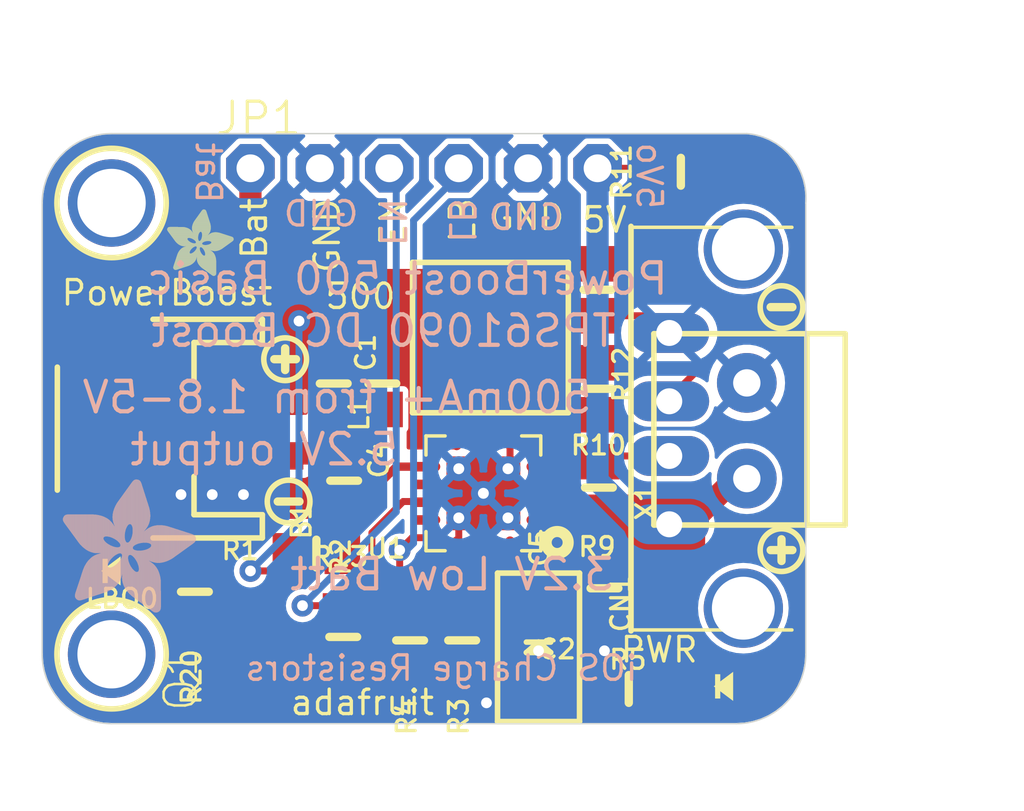
<source format=kicad_pcb>
(kicad_pcb (version 20221018) (generator pcbnew)
  (layers (0 "F.Cu" signal) (31 "B.Cu" signal) (34 "B.Paste" user) (35 "F.Paste" user) (36 "B.SilkS" user "B.Silkscreen") (37 "F.SilkS" user "F.Silkscreen") (38 "B.Mask" user) (39 "F.Mask" user) (44 "Edge.Cuts" user))
  (net 0 "")
  (net 1 "GND")
  (net 2 "N$1")
  (net 3 "N$3")
  (net 4 "5.0V")
  (net 5 "D+")
  (net 6 "D-")
  (net 7 "VBAT")
  (net 8 "N$4")
  (net 9 "ENABLE")
  (net 10 "N$5")
  (net 11 "LBO")
  (net 12 "N$2")
  (net 13 "N$10")
  (footprint "working:0805-NO" (layer "F.Cu") (at 145.195245 103.3526 -90)
    (fp_text reference "C1" (at -1.8875 -1.17 90) (layer "F.SilkS") (effects (font (size 0.692831 0.692831) (thickness 0.119969)) (justify right)))
    (fp_text value "10uF")
    (pad "1" smd rect (at -0.95 0 270) (size 1.3 1.5) (layers "F.Cu" "F.Paste" "F.Mask") (net 7 "VBAT"))
    (pad "2" smd rect (at 0.95 0 270) (size 1.3 1.5) (layers "F.Cu" "F.Paste" "F.Mask") (net 1 "GND"))
  )
  (footprint "working:0805-NO" (layer "F.Cu") (at 154.897245 107.1616 -90)
    (fp_text reference "R9" (at 2.17 -0.6875) (layer "F.SilkS") (effects (font (size 0.692831 0.692831) (thickness 0.119969)) (justify right)))
    (fp_text value "75K 1%")
    (pad "1" smd rect (at -0.95 0 270) (size 1.3 1.5) (layers "F.Cu" "F.Paste" "F.Mask") (net 6 "D-"))
    (pad "2" smd rect (at 0.95 0 270) (size 1.3 1.5) (layers "F.Cu" "F.Paste" "F.Mask") (net 4 "5.0V"))
  )
  (footprint "working:1X06-CLEANBIG" (layer "F.Cu") (at 148.497245 95.4786)
    (fp_text reference "JP1" (at -7.6962 -1.8288) (layer "F.SilkS") (effects (font (size 1.1557 1.1557) (thickness 0.1143)) (justify left)))
    (fp_text value "")
    (pad "1" thru_hole roundrect (at -6.35 0 90) (size 1.778 1.778) (drill 1.016) (layers "*.Cu" "*.Mask") (chamfer_ratio 0.2928932188) (chamfer top_left top_right bottom_left bottom_right) (net 7 "VBAT"))
    (pad "2" thru_hole roundrect (at -3.81 0 90) (size 1.778 1.778) (drill 1.016) (layers "*.Cu" "*.Mask") (chamfer_ratio 0.2928932188) (chamfer top_left top_right bottom_left bottom_right) (net 1 "GND"))
    (pad "3" thru_hole roundrect (at -1.27 0 90) (size 1.778 1.778) (drill 1.016) (layers "*.Cu" "*.Mask") (chamfer_ratio 0.2928932188) (chamfer top_left top_right bottom_left bottom_right) (net 9 "ENABLE"))
    (pad "4" thru_hole roundrect (at 1.27 0 90) (size 1.778 1.778) (drill 1.016) (layers "*.Cu" "*.Mask") (chamfer_ratio 0.2928932188) (chamfer top_left top_right bottom_left bottom_right) (net 11 "LBO"))
    (pad "5" thru_hole roundrect (at 3.81 0 90) (size 1.778 1.778) (drill 1.016) (layers "*.Cu" "*.Mask") (chamfer_ratio 0.2928932188) (chamfer top_left top_right bottom_left bottom_right) (net 1 "GND"))
    (pad "6" thru_hole roundrect (at 6.35 0 90) (size 1.778 1.778) (drill 1.016) (layers "*.Cu" "*.Mask") (chamfer_ratio 0.2928932188) (chamfer top_left top_right bottom_left bottom_right) (net 4 "5.0V"))
  )
  (footprint "working:SYMBOL_PLUS" (layer "F.Cu") (at 143.417245 102.4636)
    (fp_text reference "U$13" hide)
    (fp_text value "" hide)
  )
  (footprint "working:0805-NO" (layer "F.Cu") (at 155.990245 114.5286 180)
    (fp_text reference "R5" (at 0.7875 1.07) (layer "F.SilkS") (effects (font (size 0.692831 0.692831) (thickness 0.119969)) (justify left)))
    (fp_text value "1K")
    (pad "1" smd rect (at -0.95 0 180) (size 1.3 1.5) (layers "F.Cu" "F.Paste" "F.Mask") (net 8 "N$4"))
    (pad "2" smd rect (at 0.95 0 180) (size 1.3 1.5) (layers "F.Cu" "F.Paste" "F.Mask") (net 1 "GND"))
  )
  (footprint "working:0805-NO" (layer "F.Cu") (at 149.894245 112.7506 -90)
    (fp_text reference "R3" (at 2.032 0.127 90) (layer "F.SilkS") (effects (font (size 0.692831 0.692831) (thickness 0.119969)) (justify right)))
    (fp_text value "1.87Mohm")
    (pad "1" smd rect (at -0.95 0 270) (size 1.3 1.5) (layers "F.Cu" "F.Paste" "F.Mask") (net 10 "N$5"))
    (pad "2" smd rect (at 0.95 0 270) (size 1.3 1.5) (layers "F.Cu" "F.Paste" "F.Mask") (net 4 "5.0V"))
  )
  (footprint "working:FIDUCIAL_1MM" (layer "F.Cu") (at 136.455245 106.0436)
    (fp_text reference "FID2" hide)
    (fp_text value "FIDUCIAL\"\"" hide)
    (pad "1" smd roundrect (at 0 0) (size 1 1) (layers "F.Cu" "F.Mask") (roundrect_rratio 0.5))
  )
  (footprint "working:JSTPH2" (layer "F.Cu") (at 138.083245 105.0036 90)
    (fp_text reference "B1" (at -4.1225 5.9315 90) (layer "F.SilkS") (effects (font (size 0.692831 0.692831) (thickness 0.119969)) (justify left)))
    (fp_text value "1.8-5V")
    (pad "1" smd rect (at -1 3.7 90) (size 1 4.6) (layers "F.Cu" "F.Paste" "F.Mask") (net 1 "GND"))
    (pad "2" smd rect (at 1 3.7 90) (size 1 4.6) (layers "F.Cu" "F.Paste" "F.Mask") (net 7 "VBAT"))
    (pad "NC1" smd rect (at -3.4 -1.5 180) (size 3.4 1.6) (layers "F.Cu" "F.Paste" "F.Mask"))
    (pad "NC2" smd rect (at 3.4 -1.5 180) (size 3.4 1.6) (layers "F.Cu" "F.Paste" "F.Mask"))
  )
  (footprint "working:0805-NO" (layer "F.Cu") (at 154.879245 103.5456 90)
    (fp_text reference "R10" (at -2.07 1.0875) (layer "F.SilkS") (effects (font (size 0.692831 0.692831) (thickness 0.119969)) (justify right)))
    (fp_text value "49.9K 1%")
    (pad "1" smd rect (at -0.95 0 90) (size 1.3 1.5) (layers "F.Cu" "F.Paste" "F.Mask") (net 6 "D-"))
    (pad "2" smd rect (at 0.95 0 90) (size 1.3 1.5) (layers "F.Cu" "F.Paste" "F.Mask") (net 1 "GND"))
  )
  (footprint "working:FIDUCIAL_1MM" (layer "F.Cu") (at 160.689245 95.6056)
    (fp_text reference "FID3" hide)
    (fp_text value "FIDUCIAL\"\"" hide)
    (pad "1" smd roundrect (at 0 0) (size 1 1) (layers "F.Cu" "F.Mask") (roundrect_rratio 0.5))
  )
  (footprint "working:PVQFN-16" (layer "F.Cu") (at 150.670245 107.3706 180)
    (fp_text reference "U1" (at 4.324 -2.018) (layer "F.SilkS") (effects (font (size 0.692831 0.692831) (thickness 0.119969)) (justify left)))
    (fp_text value "TPS61090RSAR")
    (pad "1" smd roundrect (at -2.1 -0.975 180) (size 1.05 0.35) (layers "F.Cu" "F.Paste" "F.Mask") (roundrect_rratio 0.5) (net 4 "5.0V"))
    (pad "2" smd roundrect (at -2.1 -0.325 180) (size 1.05 0.35) (layers "F.Cu" "F.Paste" "F.Mask") (roundrect_rratio 0.5))
    (pad "3" smd roundrect (at -2.1 0.325 180) (size 1.05 0.35) (layers "F.Cu" "F.Paste" "F.Mask") (roundrect_rratio 0.5) (net 2 "N$1"))
    (pad "4" smd roundrect (at -2.1 0.975 180) (size 1.05 0.35) (layers "F.Cu" "F.Paste" "F.Mask") (roundrect_rratio 0.5) (net 2 "N$1"))
    (pad "5" smd roundrect (at -0.975 2.1 270) (size 1.05 0.35) (layers "F.Cu" "F.Paste" "F.Mask") (roundrect_rratio 0.5) (net 1 "GND"))
    (pad "6" smd roundrect (at -0.325 2.1 270) (size 1.05 0.35) (layers "F.Cu" "F.Paste" "F.Mask") (roundrect_rratio 0.5) (net 1 "GND"))
    (pad "7" smd roundrect (at 0.325 2.1 270) (size 1.05 0.35) (layers "F.Cu" "F.Paste" "F.Mask") (roundrect_rratio 0.5) (net 1 "GND"))
    (pad "8" smd roundrect (at 0.975 2.1 270) (size 1.05 0.35) (layers "F.Cu" "F.Paste" "F.Mask") (roundrect_rratio 0.5) (net 7 "VBAT"))
    (pad "9" smd roundrect (at 2.1 0.975) (size 1.05 0.35) (layers "F.Cu" "F.Paste" "F.Mask") (roundrect_rratio 0.5) (net 3 "N$3"))
    (pad "10" smd roundrect (at 2.1 0.325) (size 1.05 0.35) (layers "F.Cu" "F.Paste" "F.Mask") (roundrect_rratio 0.5) (net 1 "GND"))
    (pad "11" smd roundrect (at 2.1 -0.325) (size 1.05 0.35) (layers "F.Cu" "F.Paste" "F.Mask") (roundrect_rratio 0.5) (net 9 "ENABLE"))
    (pad "12" smd roundrect (at 2.1 -0.975) (size 1.05 0.35) (layers "F.Cu" "F.Paste" "F.Mask") (roundrect_rratio 0.5) (net 11 "LBO"))
    (pad "13" smd roundrect (at 0.975 -2.1 90) (size 1.05 0.35) (layers "F.Cu" "F.Paste" "F.Mask") (roundrect_rratio 0.5) (net 1 "GND"))
    (pad "14" smd roundrect (at 0.325 -2.1 90) (size 1.05 0.35) (layers "F.Cu" "F.Paste" "F.Mask") (roundrect_rratio 0.5) (net 10 "N$5"))
    (pad "15" smd roundrect (at -0.325 -2.1 90) (size 1.05 0.35) (layers "F.Cu" "F.Paste" "F.Mask") (roundrect_rratio 0.5) (net 4 "5.0V"))
    (pad "16" smd roundrect (at -0.975 -2.1 90) (size 1.05 0.35) (layers "F.Cu" "F.Paste" "F.Mask") (roundrect_rratio 0.5) (net 4 "5.0V"))
    (pad "P$18" thru_hole circle (at 0 0 180) (size 0.908 0.908) (drill 0.4) (layers "*.Cu" "*.Mask") (net 1 "GND"))
    (pad "P$19" thru_hole circle (at -0.9 -0.9 180) (size 0.908 0.908) (drill 0.4) (layers "*.Cu" "*.Mask") (net 1 "GND"))
    (pad "P$20" thru_hole circle (at 0.9 -0.9 180) (size 0.908 0.908) (drill 0.4) (layers "*.Cu" "*.Mask") (net 1 "GND"))
    (pad "P$21" thru_hole circle (at 0.9 0.9 180) (size 0.908 0.908) (drill 0.4) (layers "*.Cu" "*.Mask") (net 1 "GND"))
    (pad "P$22" thru_hole circle (at -0.9 0.9 180) (size 0.908 0.908) (drill 0.4) (layers "*.Cu" "*.Mask") (net 1 "GND"))
    (pad "THERMAL" smd rect (at 0 0 180) (size 2.7 2.7) (layers "F.Cu" "F.Mask") (net 1 "GND"))
  )
  (footprint "working:SYMBOL_MINUS" (layer "F.Cu") (at 161.578245 100.5586)
    (fp_text reference "U$26" hide)
    (fp_text value "" hide)
  )
  (footprint "working:MOUNTINGHOLE_2.5_PLATED" (layer "F.Cu") (at 137.067245 113.2586)
    (fp_text reference "U$12" hide)
    (fp_text value "MOUNTINGHOLE2.5" hide)
    (pad "P$1" thru_hole circle (at 0 0) (size 3.2 3.2) (drill 2.5) (layers "*.Cu" "*.Mask"))
    (zone (net 0) (net_name "") (layer "F.Cu") (connect_pads (clearance 0)) (min_thickness 0.25)
      (keepout (tracks not_allowed) (vias not_allowed) (pads not_allowed) (copperpour not_allowed) (footprints allowed))
      (fill (thermal_gap 0.5) (thermal_bridge_width 0.5))
      (polygon (pts (xy 139.083245 113.2586) (xy 139.063625 112.978027) (xy 139.005149 112.702915) (xy 138.908953 112.438619) (xy 138.77691 112.190283) (xy 138.611591 111.96274) (xy 138.416212 111.76042) (xy 138.194578 111.58726) (xy 137.951001 111.446631) (xy 137.690223 111.34127) (xy 137.41732 111.273228) (xy 137.137602 111.243828) (xy 136.856516 111.253644) (xy 136.57953 111.302484) (xy 136.312038 111.389397) (xy 136.059245 111.512693) (xy 135.826071 111.66997) (xy 135.617056 111.858169) (xy 135.436267 112.073625) (xy 135.287223 112.312145) (xy 135.172825 112.569087) (xy 135.095299 112.83945) (xy 135.056156 113.117971) (xy 135.056156 113.399229) (xy 135.095299 113.67775) (xy 135.172825 113.948113) (xy 135.287223 114.205055) (xy 135.436267 114.443575) (xy 135.617056 114.659031) (xy 135.826071 114.84723) (xy 136.059245 115.004507) (xy 136.312038 115.127803) (xy 136.57953 115.214716) (xy 136.856516 115.263556) (xy 137.137602 115.273372) (xy 137.41732 115.243972) (xy 137.690223 115.17593) (xy 137.951001 115.070569) (xy 138.194578 114.92994) (xy 138.416212 114.75678) (xy 138.611591 114.55446) (xy 138.77691 114.326917) (xy 138.908953 114.078581) (xy 139.005149 113.814285) (xy 139.063625 113.539173)))
      (polygon (pts (xy 137.051245 113.2586) (xy 137.055931 113.269914) (xy 137.067245 113.2746) (xy 137.078559 113.269914) (xy 137.083245 113.2586) (xy 137.078559 113.247286) (xy 137.067245 113.2426) (xy 137.055931 113.247286)))
    )
    (zone (net 0) (net_name "") (layer "B.Cu") (connect_pads (clearance 0)) (min_thickness 0.25)
      (keepout (tracks not_allowed) (vias not_allowed) (pads not_allowed) (copperpour not_allowed) (footprints allowed))
      (fill (thermal_gap 0.5) (thermal_bridge_width 0.5))
      (polygon (pts (xy 139.083245 113.2586) (xy 139.063625 112.978027) (xy 139.005149 112.702915) (xy 138.908953 112.438619) (xy 138.77691 112.190283) (xy 138.611591 111.96274) (xy 138.416212 111.76042) (xy 138.194578 111.58726) (xy 137.951001 111.446631) (xy 137.690223 111.34127) (xy 137.41732 111.273228) (xy 137.137602 111.243828) (xy 136.856516 111.253644) (xy 136.57953 111.302484) (xy 136.312038 111.389397) (xy 136.059245 111.512693) (xy 135.826071 111.66997) (xy 135.617056 111.858169) (xy 135.436267 112.073625) (xy 135.287223 112.312145) (xy 135.172825 112.569087) (xy 135.095299 112.83945) (xy 135.056156 113.117971) (xy 135.056156 113.399229) (xy 135.095299 113.67775) (xy 135.172825 113.948113) (xy 135.287223 114.205055) (xy 135.436267 114.443575) (xy 135.617056 114.659031) (xy 135.826071 114.84723) (xy 136.059245 115.004507) (xy 136.312038 115.127803) (xy 136.57953 115.214716) (xy 136.856516 115.263556) (xy 137.137602 115.273372) (xy 137.41732 115.243972) (xy 137.690223 115.17593) (xy 137.951001 115.070569) (xy 138.194578 114.92994) (xy 138.416212 114.75678) (xy 138.611591 114.55446) (xy 138.77691 114.326917) (xy 138.908953 114.078581) (xy 139.005149 113.814285) (xy 139.063625 113.539173)))
      (polygon (pts (xy 137.051245 113.2586) (xy 137.055931 113.269914) (xy 137.067245 113.2746) (xy 137.078559 113.269914) (xy 137.083245 113.2586) (xy 137.078559 113.247286) (xy 137.067245 113.2426) (xy 137.055931 113.247286)))
    )
  )
  (footprint "working:ADAFRUIT_2.5MM" (layer "F.Cu") (at 139.099245 99.4156)
    (fp_text reference "U$28" hide)
    (fp_text value "" hide)
  )
  (footprint "working:0805-NO" (layer "F.Cu") (at 146.973245 103.3526 -90)
    (fp_text reference "C4" (at 2.032 0.127 90) (layer "F.SilkS") (effects (font (size 0.692831 0.692831) (thickness 0.119969)) (justify right)))
    (fp_text value "0.1uF")
    (pad "1" smd rect (at -0.95 0 270) (size 1.3 1.5) (layers "F.Cu" "F.Paste" "F.Mask") (net 7 "VBAT"))
    (pad "2" smd rect (at 0.95 0 270) (size 1.3 1.5) (layers "F.Cu" "F.Paste" "F.Mask") (net 1 "GND"))
  )
  (footprint "working:USB_HOST-PTH" (layer "F.Cu") (at 163.991245 105.0036 90)
    (fp_text reference "CN1" (at -7.52 -8.29 90) (layer "F.SilkS") (effects (font (size 0.692831 0.692831) (thickness 0.119969)) (justify left)))
    (fp_text value "USBA_FEMALE")
    (pad "D+" thru_hole oval (at 1 -6.52 180) (size 2.916 1.458) (drill 0.95) (layers "*.Cu" "*.Mask") (net 5 "D+"))
    (pad "D-" thru_hole oval (at -1 -6.52 180) (size 2.916 1.458) (drill 0.95) (layers "*.Cu" "*.Mask") (net 6 "D-"))
    (pad "GND" thru_hole oval (at 3.5 -6.52 180) (size 2.916 1.458) (drill 0.95) (layers "*.Cu" "*.Mask") (net 1 "GND"))
    (pad "S1" thru_hole circle (at -6.57 -3.81 90) (size 2.9 2.9) (drill 2.3) (layers "*.Cu" "*.Mask"))
    (pad "S2" thru_hole circle (at 6.57 -3.81 270) (size 2.9 2.9) (drill 2.3) (layers "*.Cu" "*.Mask"))
    (pad "VBUS" thru_hole oval (at -3.5 -6.52 180) (size 2.916 1.458) (drill 0.95) (layers "*.Cu" "*.Mask") (net 4 "5.0V"))
  )
  (footprint "working:0805-NO" (layer "F.Cu") (at 154.847245 99.9236 -90)
    (fp_text reference "R12" (at 4.1875 -0.93 90) (layer "F.SilkS") (effects (font (size 0.692831 0.692831) (thickness 0.119969)) (justify left)))
    (fp_text value "49.9K 1%")
    (pad "1" smd rect (at -0.95 0 270) (size 1.3 1.5) (layers "F.Cu" "F.Paste" "F.Mask") (net 5 "D+"))
    (pad "2" smd rect (at 0.95 0 270) (size 1.3 1.5) (layers "F.Cu" "F.Paste" "F.Mask") (net 1 "GND"))
  )
  (footprint "working:INDUCTOR_5X5MM_TDK_VLC5045" (layer "F.Cu") (at 150.928245 101.6726)
    (fp_text reference "L1" (at -4.8 3.5 90) (layer "F.SilkS") (effects (font (size 0.692831 0.692831) (thickness 0.119969)) (justify left)))
    (fp_text value "VLC5045-6.8uH" hide)
    (pad "P$1" smd rect (at -1.6 0) (size 2 5) (layers "F.Cu" "F.Paste" "F.Mask") (net 7 "VBAT"))
    (pad "P$2" smd rect (at 1.6 0) (size 2 5) (layers "F.Cu" "F.Paste" "F.Mask") (net 2 "N$1"))
  )
  (footprint "working:0805-NO" (layer "F.Cu") (at 155.101245 110.8456 -90)
    (fp_text reference "C2" (at 2.23 2.4875) (layer "F.SilkS") (effects (font (size 0.692831 0.692831) (thickness 0.119969)) (justify left)))
    (fp_text value "2.2uF")
    (pad "1" smd rect (at -0.95 0 270) (size 1.3 1.5) (layers "F.Cu" "F.Paste" "F.Mask") (net 4 "5.0V"))
    (pad "2" smd rect (at 0.95 0 270) (size 1.3 1.5) (layers "F.Cu" "F.Paste" "F.Mask") (net 1 "GND"))
  )
  (footprint "working:0805-NO" (layer "F.Cu") (at 145.576245 106.9086 -90)
    (fp_text reference "R2" (at 2.032 0.127 90) (layer "F.SilkS") (effects (font (size 0.692831 0.692831) (thickness 0.119969)) (justify right)))
    (fp_text value "340K")
    (pad "1" smd rect (at -0.95 0 270) (size 1.3 1.5) (layers "F.Cu" "F.Paste" "F.Mask") (net 1 "GND"))
    (pad "2" smd rect (at 0.95 0 270) (size 1.3 1.5) (layers "F.Cu" "F.Paste" "F.Mask") (net 3 "N$3"))
  )
  (footprint "working:SYMBOL_MINUS" (layer "F.Cu") (at 143.544245 107.6706)
    (fp_text reference "U$23" hide)
    (fp_text value "" hide)
  )
  (footprint "working:MOUNTINGHOLE_2.5_PLATED" (layer "F.Cu") (at 137.067245 96.7486)
    (fp_text reference "U$10" hide)
    (fp_text value "MOUNTINGHOLE2.5" hide)
    (pad "P$1" thru_hole circle (at 0 0) (size 3.2 3.2) (drill 2.5) (layers "*.Cu" "*.Mask"))
    (zone (net 0) (net_name "") (layer "F.Cu") (connect_pads (clearance 0)) (min_thickness 0.25)
      (keepout (tracks not_allowed) (vias not_allowed) (pads not_allowed) (copperpour not_allowed) (footprints allowed))
      (fill (thermal_gap 0.5) (thermal_bridge_width 0.5))
      (polygon (pts (xy 139.083245 96.7486) (xy 139.063625 96.468027) (xy 139.005149 96.192915) (xy 138.908953 95.928619) (xy 138.77691 95.680283) (xy 138.611591 95.45274) (xy 138.416212 95.25042) (xy 138.194578 95.07726) (xy 137.951001 94.936631) (xy 137.690223 94.83127) (xy 137.41732 94.763228) (xy 137.137602 94.733828) (xy 136.856516 94.743644) (xy 136.57953 94.792484) (xy 136.312038 94.879397) (xy 136.059245 95.002693) (xy 135.826071 95.15997) (xy 135.617056 95.348169) (xy 135.436267 95.563625) (xy 135.287223 95.802145) (xy 135.172825 96.059087) (xy 135.095299 96.32945) (xy 135.056156 96.607971) (xy 135.056156 96.889229) (xy 135.095299 97.16775) (xy 135.172825 97.438113) (xy 135.287223 97.695055) (xy 135.436267 97.933575) (xy 135.617056 98.149031) (xy 135.826071 98.33723) (xy 136.059245 98.494507) (xy 136.312038 98.617803) (xy 136.57953 98.704716) (xy 136.856516 98.753556) (xy 137.137602 98.763372) (xy 137.41732 98.733972) (xy 137.690223 98.66593) (xy 137.951001 98.560569) (xy 138.194578 98.41994) (xy 138.416212 98.24678) (xy 138.611591 98.04446) (xy 138.77691 97.816917) (xy 138.908953 97.568581) (xy 139.005149 97.304285) (xy 139.063625 97.029173)))
      (polygon (pts (xy 137.051245 96.7486) (xy 137.055931 96.759914) (xy 137.067245 96.7646) (xy 137.078559 96.759914) (xy 137.083245 96.7486) (xy 137.078559 96.737286) (xy 137.067245 96.7326) (xy 137.055931 96.737286)))
    )
    (zone (net 0) (net_name "") (layer "B.Cu") (connect_pads (clearance 0)) (min_thickness 0.25)
      (keepout (tracks not_allowed) (vias not_allowed) (pads not_allowed) (copperpour not_allowed) (footprints allowed))
      (fill (thermal_gap 0.5) (thermal_bridge_width 0.5))
      (polygon (pts (xy 139.083245 96.7486) (xy 139.063625 96.468027) (xy 139.005149 96.192915) (xy 138.908953 95.928619) (xy 138.77691 95.680283) (xy 138.611591 95.45274) (xy 138.416212 95.25042) (xy 138.194578 95.07726) (xy 137.951001 94.936631) (xy 137.690223 94.83127) (xy 137.41732 94.763228) (xy 137.137602 94.733828) (xy 136.856516 94.743644) (xy 136.57953 94.792484) (xy 136.312038 94.879397) (xy 136.059245 95.002693) (xy 135.826071 95.15997) (xy 135.617056 95.348169) (xy 135.436267 95.563625) (xy 135.287223 95.802145) (xy 135.172825 96.059087) (xy 135.095299 96.32945) (xy 135.056156 96.607971) (xy 135.056156 96.889229) (xy 135.095299 97.16775) (xy 135.172825 97.438113) (xy 135.287223 97.695055) (xy 135.436267 97.933575) (xy 135.617056 98.149031) (xy 135.826071 98.33723) (xy 136.059245 98.494507) (xy 136.312038 98.617803) (xy 136.57953 98.704716) (xy 136.856516 98.753556) (xy 137.137602 98.763372) (xy 137.41732 98.733972) (xy 137.690223 98.66593) (xy 137.951001 98.560569) (xy 138.194578 98.41994) (xy 138.416212 98.24678) (xy 138.611591 98.04446) (xy 138.77691 97.816917) (xy 138.908953 97.568581) (xy 139.005149 97.304285) (xy 139.063625 97.029173)))
      (polygon (pts (xy 137.051245 96.7486) (xy 137.055931 96.759914) (xy 137.067245 96.7646) (xy 137.078559 96.759914) (xy 137.083245 96.7486) (xy 137.078559 96.737286) (xy 137.067245 96.7326) (xy 137.055931 96.737286)))
    )
  )
  (footprint "working:0805-NO" (layer "F.Cu") (at 145.543245 112.6246 90)
    (fp_text reference "R13" (at 2.93 0.9875) (layer "F.SilkS") (effects (font (size 0.692831 0.692831) (thickness 0.119969)) (justify right)))
    (fp_text value "340K")
    (pad "1" smd rect (at -0.95 0 90) (size 1.3 1.5) (layers "F.Cu" "F.Paste" "F.Mask") (net 7 "VBAT"))
    (pad "2" smd rect (at 0.95 0 90) (size 1.3 1.5) (layers "F.Cu" "F.Paste" "F.Mask") (net 9 "ENABLE"))
  )
  (footprint "working:0805-NO" (layer "F.Cu") (at 140.115245 110.9726 -90)
    (fp_text reference "R20" (at 2.032 0.127 90) (layer "F.SilkS") (effects (font (size 0.692831 0.692831) (thickness 0.119969)) (justify right)))
    (fp_text value "1K")
    (pad "1" smd rect (at -0.95 0 270) (size 1.3 1.5) (layers "F.Cu" "F.Paste" "F.Mask") (net 12 "N$2"))
    (pad "2" smd rect (at 0.95 0 270) (size 1.3 1.5) (layers "F.Cu" "F.Paste" "F.Mask") (net 13 "N$10"))
  )
  (footprint "working:0805-NO" (layer "F.Cu") (at 147.989245 112.7506 -90)
    (fp_text reference "R4" (at 2.032 0.127 90) (layer "F.SilkS") (effects (font (size 0.692831 0.692831) (thickness 0.119969)) (justify right)))
    (fp_text value "200K")
    (pad "1" smd rect (at -0.95 0 270) (size 1.3 1.5) (layers "F.Cu" "F.Paste" "F.Mask") (net 1 "GND"))
    (pad "2" smd rect (at 0.95 0 270) (size 1.3 1.5) (layers "F.Cu" "F.Paste" "F.Mask") (net 10 "N$5"))
  )
  (footprint "working:0805-NO" (layer "F.Cu") (at 144.560245 109.5756 180)
    (fp_text reference "R1" (at 2.032 0.127) (layer "F.SilkS") (effects (font (size 0.692831 0.692831) (thickness 0.119969)) (justify right)))
    (fp_text value "1.87Mohm")
    (pad "1" smd rect (at -0.95 0 180) (size 1.3 1.5) (layers "F.Cu" "F.Paste" "F.Mask") (net 3 "N$3"))
    (pad "2" smd rect (at 0.95 0 180) (size 1.3 1.5) (layers "F.Cu" "F.Paste" "F.Mask") (net 7 "VBAT"))
  )
  (footprint "working:CHIPLED_0805_NOOUTLINE" (layer "F.Cu") (at 159.478245 114.4336 90)
    (fp_text reference "PWR0" hide)
    (fp_text value "GREEN")
    (pad "A" smd rect (at 0 1.05 90) (size 1.2 1.2) (layers "F.Cu" "F.Paste" "F.Mask") (net 4 "5.0V"))
    (pad "C" smd rect (at 0 -1.05 90) (size 1.2 1.2) (layers "F.Cu" "F.Paste" "F.Mask") (net 8 "N$4"))
  )
  (footprint "working:EIA3528-21_B-R" (layer "F.Cu") (at 152.688245 113.0046 90)
    (fp_text reference "C5" (at 2.876 0.051 90) (layer "F.SilkS") (effects (font (size 0.692831 0.692831) (thickness 0.119969)) (justify left)))
    (fp_text value "100uF/6V")
    (pad "+" smd rect (at 1.525 0 90) (size 1.95 2.5) (layers "F.Cu" "F.Paste" "F.Mask") (net 4 "5.0V"))
    (pad "-" smd rect (at -1.525 0 90) (size 1.95 2.5) (layers "F.Cu" "F.Paste" "F.Mask") (net 1 "GND"))
  )
  (footprint "working:SC59-BEC" (layer "F.Cu") (at 141.512245 113.5126 90)
    (fp_text reference "Q1" (at -1.905 -1.905 90) (layer "F.SilkS") (effects (font (size 1.176528 1.176528) (thickness 0.093472)) (justify left)))
    (fp_text value "MMUN2133LT1G")
    (pad "B" smd rect (at -0.95 1.2 90) (size 1 1.4) (layers "F.Cu" "F.Paste" "F.Mask") (net 11 "LBO"))
    (pad "C" smd rect (at 0 -1.2 90) (size 1 1.4) (layers "F.Cu" "F.Paste" "F.Mask") (net 13 "N$10"))
    (pad "E" smd rect (at 0.95 1.2 90) (size 1 1.4) (layers "F.Cu" "F.Paste" "F.Mask") (net 7 "VBAT"))
  )
  (footprint "working:TERMBLOCK_1X2-3.5MM" (layer "F.Cu") (at 160.308245 105.1306 90)
    (fp_text reference "X1" (at -3.3 -3.69 90) (layer "F.SilkS") (effects (font (size 0.692831 0.692831) (thickness 0.119969)) (justify left)))
    (fp_text value "")
    (pad "1" thru_hole circle (at 1.8 0 90) (size 2.1844 2.1844) (drill 1) (layers "*.Cu" "*.Mask") (net 1 "GND"))
    (pad "2" thru_hole circle (at -1.7 0 90) (size 2.1844 2.1844) (drill 1) (layers "*.Cu" "*.Mask") (net 4 "5.0V"))
  )
  (footprint "working:0805-NO" (layer "F.Cu") (at 157.895245 95.6056 180)
    (fp_text reference "R11" (at 2.17 -1.0875 90) (layer "F.SilkS") (effects (font (size 0.692831 0.692831) (thickness 0.119969)) (justify left)))
    (fp_text value "75K 1%")
    (pad "1" smd rect (at -0.95 0 180) (size 1.3 1.5) (layers "F.Cu" "F.Paste" "F.Mask") (net 5 "D+"))
    (pad "2" smd rect (at 0.95 0 180) (size 1.3 1.5) (layers "F.Cu" "F.Paste" "F.Mask") (net 4 "5.0V"))
  )
  (footprint "working:CHIPLED_0805_NOOUTLINE" (layer "F.Cu") (at 137.067245 110.2106 90)
    (fp_text reference "LBO0" (at -1.016 1.778) (layer "F.SilkS") (effects (font (size 0.692831 0.692831) (thickness 0.119969)) (justify right)))
    (fp_text value "RED")
    (pad "A" smd rect (at 0 1.05 90) (size 1.2 1.2) (layers "F.Cu" "F.Paste" "F.Mask") (net 12 "N$2"))
    (pad "C" smd rect (at 0 -1.05 90) (size 1.2 1.2) (layers "F.Cu" "F.Paste" "F.Mask") (net 1 "GND"))
  )
  (footprint "working:SYMBOL_PLUS" (layer "F.Cu") (at 161.578245 109.4486)
    (fp_text reference "U$25" hide)
    (fp_text value "" hide)
  )
  (footprint "working:ADAFRUIT_5MM" (layer "B.Cu") (at 135.289245 111.7346 90)
    (fp_text reference "U$29" hide)
    (fp_text value "" hide)
  )
  (gr_arc (start 162.467245 113.2586) (mid 161.723296 115.054651) (end 159.927245 115.7986) (stroke (width 0.05)) (layer "Edge.Cuts"))
  (gr_line (start 134.527245 96.7486) (end 134.527245 113.2586) (stroke (width 0.05)) (layer "Edge.Cuts"))
  (gr_line (start 160.308245 94.2086) (end 137.067245 94.2086) (stroke (width 0.05)) (layer "Edge.Cuts"))
  (gr_line (start 162.467245 113.2586) (end 162.467245 96.7486) (stroke (width 0.05)) (layer "Edge.Cuts"))
  (gr_line (start 137.067245 115.7986) (end 159.927245 115.7986) (stroke (width 0.05)) (layer "Edge.Cuts"))
  (gr_arc (start 160.308245 94.2086) (mid 161.913796 95.031456) (end 162.467245 96.7486) (stroke (width 0.05)) (layer "Edge.Cuts"))
  (gr_arc (start 137.067245 115.7986) (mid 135.271194 115.054651) (end 134.527245 113.2586) (stroke (width 0.05)) (layer "Edge.Cuts"))
  (gr_arc (start 134.527245 96.7486) (mid 135.271194 94.952549) (end 137.067245 94.2086) (stroke (width 0.05)) (layer "Edge.Cuts"))
  (gr_text "5Vo" (at 157.260245 94.4626 -90) (layer "B.SilkS") (effects (font (size 0.89408 0.89408) (thickness 0.12192)) (justify right top mirror)))
  (gr_text "Bat" (at 141.131245 94.4626 -90) (layer "B.SilkS") (effects (font (size 0.89408 0.89408) (thickness 0.12192)) (justify right top mirror)))
  (gr_text "LB" (at 150.402245 96.4946 -90) (layer "B.SilkS") (effects (font (size 0.89408 0.89408) (thickness 0.12192)) (justify right top mirror)))
  (gr_text "EN" (at 147.862245 96.4946 -90) (layer "B.SilkS") (effects (font (size 0.89408 0.89408) (thickness 0.12192)) (justify right top mirror)))
  (gr_text "3.2V Low Batt" (at 149.513245 110.3376) (layer "B.SilkS") (effects (font (size 1.1176 1.1176) (thickness 0.1524)) (justify mirror)))
  (gr_text "GND" (at 150.783245 96.7486) (layer "B.SilkS") (effects (font (size 0.89408 0.89408) (thickness 0.12192)) (justify right top mirror)))
  (gr_text "500mA+ from 1.8-5V" (at 145.322245 103.8606) (layer "B.SilkS") (effects (font (size 1.1176 1.1176) (thickness 0.1524)) (justify mirror)))
  (gr_text "iOS Charge Resistors" (at 149.132245 113.7666) (layer "B.SilkS") (effects (font (size 0.89408 0.89408) (thickness 0.12192)) (justify mirror)))
  (gr_text "TPS61090 DC Boost" (at 155.609245 102.0826) (layer "B.SilkS") (effects (font (size 1.1176 1.1176) (thickness 0.1524)) (justify left bottom mirror)))
  (gr_text "5.2V output" (at 142.655245 105.7656) (layer "B.SilkS") (effects (font (size 1.1176 1.1176) (thickness 0.1524)) (justify mirror)))
  (gr_text "GND" (at 143.290245 96.6216) (layer "B.SilkS") (effects (font (size 0.89408 0.89408) (thickness 0.12192)) (justify right top mirror)))
  (gr_text "PowerBoost 500 Basic" (at 157.514245 100.1776) (layer "B.SilkS") (effects (font (size 1.1176 1.1176) (thickness 0.1524)) (justify left bottom mirror)))
  (gr_text "PWR" (at 157.101245 113.0946) (layer "F.SilkS") (effects (font (size 0.89408 0.89408) (thickness 0.12192))))
  (gr_text "Bat" (at 141.766245 96.4946 90) (layer "F.SilkS") (effects (font (size 0.89408 0.89408) (thickness 0.12192)) (justify right top)))
  (gr_text "EN" (at 146.846245 96.4946 90) (layer "F.SilkS") (effects (font (size 0.89408 0.89408) (thickness 0.12192)) (justify right top)))
  (gr_text "GND" (at 153.704245 96.7486) (layer "F.SilkS") (effects (font (size 0.89408 0.89408) (thickness 0.12192)) (justify right top)))
  (gr_text "adafruit" (at 143.544245 115.5446) (layer "F.SilkS") (effects (font (size 0.89408 0.89408) (thickness 0.12192)) (justify left bottom)))
  (gr_text "PowerBoost" (at 135.162245 100.5586) (layer "F.SilkS") (effects (font (size 0.89408 0.89408) (thickness 0.12192)) (justify left bottom)))
  (gr_text "GND" (at 144.433245 96.4946 90) (layer "F.SilkS") (effects (font (size 0.89408 0.89408) (thickness 0.12192)) (justify right top)))
  (gr_text "500" (at 144.814245 100.6856) (layer "F.SilkS") (effects (font (size 0.89408 0.89408) (thickness 0.12192)) (justify left bottom)))
  (gr_text "LB" (at 149.386245 96.4946 90) (layer "F.SilkS") (effects (font (size 0.89408 0.89408) (thickness 0.12192)) (justify right top)))
  (gr_text "5V" (at 154.212245 97.8916) (layer "F.SilkS") (effects (font (size 0.89408 0.89408) (thickness 0.12192)) (justify left bottom)))
  (segment (start 150.345245 106.7116) (end 150.178245 106.8786) (width 0.254) (layer "F.Cu") (net 1))
  (segment (start 144.989245 105.9106) (end 143.229245 105.9106) (width 0.8128) (layer "F.Cu") (net 1))
  (segment (start 149.695245 109.4706) (end 149.770245 109.3956) (width 0.254) (layer "F.Cu") (net 1))
  (segment (start 151.645245 106.3956) (end 151.570245 106.4706) (width 0.254) (layer "F.Cu") (net 1))
  (segment (start 145.576245 104.6836) (end 145.576245 105.9586) (width 0.8128) (layer "F.Cu") (net 1))
  (segment (start 136.017245 108.7206) (end 136.559245 108.1786) (width 0.254) (layer "F.Cu") (net 1))
  (segment (start 150.670245 107.3706) (end 151.570245 108.2706) (width 0.254) (layer "F.Cu") (net 1))
  (segment (start 154.847245 102.5636) (end 154.847245 100.8736) (width 0.254) (layer "F.Cu") (net 1))
  (segment (start 154.847245 100.8736) (end 156.841245 100.8736) (width 0.254) (layer "F.Cu") (net 1))
  (segment (start 156.841245 100.8736) (end 157.471245 101.5036) (width 0.254) (layer "F.Cu") (net 1))
  (segment (start 154.879245 102.5956) (end 154.847245 102.5636) (width 0.254) (layer "F.Cu") (net 1))
  (segment (start 150.995245 106.7396) (end 151.148245 106.8926) (width 0.254) (layer "F.Cu") (net 1))
  (segment (start 136.559245 108.1786) (end 139.353245 108.1786) (width 0.254) (layer "F.Cu") (net 1))
  (segment (start 136.017245 110.2106) (end 136.017245 110.4986) (width 0.254) (layer "F.Cu") (net 1))
  (segment (start 150.178245 106.8786) (end 150.670245 107.3706) (width 0.254) (layer "F.Cu") (net 1))
  (segment (start 149.695245 109.4706) (end 147.989245 111.1766) (width 0.254) (layer "F.Cu") (net 1))
  (segment (start 151.148245 106.8926) (end 151.570245 106.4706) (width 0.254) (layer "F.Cu") (net 1))
  (segment (start 149.770245 108.2706) (end 150.670245 107.3706) (width 0.254) (layer "F.Cu") (net 1))
  (segment (start 150.345245 105.2706) (end 150.345245 106.7116) (width 0.254) (layer "F.Cu") (net 1))
  (segment (start 150.345245 107.0456) (end 150.670245 107.3706) (width 0.254) (layer "F.Cu") (net 1))
  (segment (start 151.645245 105.2706) (end 151.645245 106.3956) (width 0.254) (layer "F.Cu") (net 1))
  (segment (start 147.989245 111.1766) (end 147.989245 111.8006) (width 0.254) (layer "F.Cu") (net 1))
  (segment (start 150.995245 105.2706) (end 150.995245 106.7396) (width 0.254) (layer "F.Cu") (net 1))
  (segment (start 145.195245 104.3026) (end 146.973245 104.3026) (width 0.4064) (layer "F.Cu") (net 1))
  (segment (start 149.770245 109.3956) (end 149.770245 108.2706) (width 0.254) (layer "F.Cu") (net 1))
  (segment (start 136.017245 110.2106) (end 136.017245 108.7206) (width 0.254) (layer "F.Cu") (net 1))
  (segment (start 150.670245 107.3706) (end 151.148245 106.8926) (width 0.254) (layer "F.Cu") (net 1))
  (segment (start 148.570245 107.0456) (end 150.345245 107.0456) (width 0.254) (layer "F.Cu") (net 1))
  (segment (start 149.770245 106.4706) (end 150.178245 106.8786) (width 0.254) (layer "F.Cu") (net 1))
  (segment (start 145.195245 104.3026) (end 145.576245 104.6836) (width 0.8128) (layer "F.Cu") (net 1))
  (via (at 150.783245 115.0366) (size 0.8001) (drill 0.3937) (layers "F.Cu" "B.Cu") (net 1))
  (via (at 155.101245 113.1316) (size 0.8001) (drill 0.3937) (layers "F.Cu" "B.Cu") (net 1))
  (via (at 140.750245 107.4166) (size 0.8001) (drill 0.3937) (layers "F.Cu" "B.Cu") (net 1))
  (via (at 139.607245 107.4166) (size 0.8001) (drill 0.3937) (layers "F.Cu" "B.Cu") (net 1))
  (via (at 152.688245 113.1316) (size 0.8001) (drill 0.3937) (layers "F.Cu" "B.Cu") (net 1))
  (via (at 141.893245 107.4166) (size 0.8001) (drill 0.3937) (layers "F.Cu" "B.Cu") (net 1))
  (segment (start 135.289245 111.2266) (end 135.289245 111.4806) (width 0.254) (layer "B.Cu") (net 1))
  (segment (start 147.486245 106.3956) (end 146.023245 107.8586) (width 0.3048) (layer "F.Cu") (net 3))
  (segment (start 145.957245 108.2396) (end 145.957245 109.1286) (width 0.254) (layer "F.Cu") (net 3))
  (segment (start 145.957245 109.1286) (end 145.510245 109.5756) (width 0.254) (layer "F.Cu") (net 3))
  (segment (start 145.957245 108.2396) (end 145.576245 107.8586) (width 0.254) (layer "F.Cu") (net 3))
  (segment (start 148.570245 106.3956) (end 147.486245 106.3956) (width 0.3048) (layer "F.Cu") (net 3))
  (segment (start 146.023245 107.8586) (end 145.576245 107.8586) (width 0.3048) (layer "F.Cu") (net 3))
  (segment (start 151.037245 113.0046) (end 150.341245 113.7006) (width 0.254) (layer "F.Cu") (net 4))
  (segment (start 159.038245 113.3856) (end 157.641245 111.9886) (width 0.254) (layer "F.Cu") (net 4))
  (segment (start 151.645245 109.4706) (end 152.459245 109.4706) (width 0.254) (layer "F.Cu") (net 4))
  (segment (start 152.770245 108.3456) (end 153.177245 108.7526) (width 0.254) (layer "F.Cu") (net 4))
  (segment (start 159.734245 113.6396) (end 160.528245 114.4336) (width 0.254) (layer "F.Cu") (net 4))
  (segment (start 157.895245 108.8136) (end 159.878245 106.8306) (width 0.8128) (layer "F.Cu") (net 4))
  (segment (start 150.341245 113.7006) (end 149.894245 113.7006) (width 0.254) (layer "F.Cu") (net 4))
  (segment (start 156.371245 109.0066) (end 156.117245 108.7526) (width 0.254) (layer "F.Cu") (net 4))
  (segment (start 154.847245 95.4786) (end 156.818245 95.4786) (width 0.254) (layer "F.Cu") (net 4))
  (segment (start 151.037245 110.3376) (end 151.037245 113.0046) (width 0.254) (layer "F.Cu") (net 4))
  (segment (start 156.117245 108.7526) (end 156.968245 108.7526) (width 0.8128) (layer "F.Cu") (net 4))
  (segment (start 156.818245 95.4786) (end 156.945245 95.6056) (width 0.254) (layer "F.Cu") (net 4))
  (segment (start 159.038245 113.3856) (end 159.165245 113.3856) (width 0.254) (layer "F.Cu") (net 4))
  (segment (start 159.419245 113.6396) (end 159.734245 113.6396) (width 0.254) (layer "F.Cu") (net 4))
  (segment (start 157.641245 108.6736) (end 157.471245 108.5036) (width 0.254) (layer "F.Cu") (net 4))
  (segment (start 157.895245 108.8136) (end 157.527245 108.8136) (width 0.8128) (layer "F.Cu") (net 4))
  (segment (start 159.878245 106.8306) (end 160.308245 106.8306) (width 0.8128) (layer "F.Cu") (net 4))
  (segment (start 152.459245 109.4706) (end 153.177245 108.7526) (width 0.254) (layer "F.Cu") (net 4))
  (segment (start 157.641245 111.9886) (end 157.641245 108.6736) (width 0.254) (layer "F.Cu") (net 4))
  (segment (start 159.165245 113.3856) (end 159.419245 113.6396) (width 0.254) (layer "F.Cu") (net 4))
  (segment (start 150.995245 109.4706) (end 150.995245 110.0416) (width 0.3048) (layer "F.Cu") (net 4))
  (segment (start 156.442245 108.5036) (end 157.471245 108.5036) (width 0.8128) (layer "B.Cu") (net 4))
  (segment (start 154.847245 106.9086) (end 156.442245 108.5036) (width 0.8128) (layer "B.Cu") (net 4))
  (segment (start 154.847245 95.4786) (end 154.847245 106.9086) (width 0.8128) (layer "B.Cu") (net 4))
  (segment (start 157.471245 103.9036) (end 157.471245 104.0036) (width 0.254) (layer "F.Cu") (net 5))
  (segment (start 159.419245 101.9556) (end 157.471245 103.9036) (width 0.254) (layer "F.Cu") (net 5))
  (segment (start 158.403245 99.7966) (end 157.128245 99.7966) (width 0.254) (layer "F.Cu") (net 5))
  (segment (start 158.845245 96.4336) (end 156.305245 98.9736) (width 0.254) (layer "F.Cu") (net 5))
  (segment (start 157.471245 104.0036) (end 157.244245 104.0036) (width 0.254) (layer "F.Cu") (net 5))
  (segment (start 159.419245 101.9556) (end 159.419245 100.8126) (width 0.254) (layer "F.Cu") (net 5))
  (segment (start 156.305245 98.9736) (end 154.847245 98.9736) (width 0.254) (layer "F.Cu") (net 5))
  (segment (start 157.128245 99.7966) (end 156.305245 98.9736) (width 0.254) (layer "F.Cu") (net 5))
  (segment (start 158.845245 95.6056) (end 158.845245 96.4336) (width 0.254) (layer "F.Cu") (net 5))
  (segment (start 159.419245 100.8126) (end 158.403245 99.7966) (width 0.254) (layer "F.Cu") (net 5))
  (segment (start 155.105245 106.0036) (end 157.471245 106.0036) (width 0.254) (layer "F.Cu") (net 6))
  (segment (start 154.897245 106.2116) (end 155.105245 106.0036) (width 0.254) (layer "F.Cu") (net 6))
  (segment (start 154.879245 104.4956) (end 154.897245 104.5136) (width 0.254) (layer "F.Cu") (net 6))
  (segment (start 154.897245 104.5136) (end 154.897245 106.2116) (width 0.254) (layer "F.Cu") (net 6))
  (segment (start 143.798245 102.2426) (end 143.798245 101.1936) (width 0.254) (layer "F.Cu") (net 7))
  (segment (start 145.543245 113.5746) (end 144.359245 113.5746) (width 0.254) (layer "F.Cu") (net 7))
  (segment (start 142.147245 95.4786) (end 142.147245 103.6566) (width 0.8128) (layer "F.Cu") (net 7))
  (segment (start 143.347245 109.8386) (end 143.610245 109.5756) (width 0.254) (layer "F.Cu") (net 7))
  (segment (start 142.712245 110.9636) (end 142.712245 112.5626) (width 0.254) (layer "F.Cu") (net 7))
  (segment (start 143.229245 110.2106) (end 143.229245 109.9566) (width 0.254) (layer "F.Cu") (net 7))
  (segment (start 144.359245 113.5746) (end 143.347245 112.5626) (width 0.254) (layer "F.Cu") (net 7))
  (segment (start 143.347245 110.3286) (end 142.712245 110.9636) (width 0.254) (layer "F.Cu") (net 7))
  (segment (start 146.973245 102.4026) (end 145.195245 102.4026) (width 0.8128) (layer "F.Cu") (net 7))
  (segment (start 143.229245 110.2106) (end 142.147245 110.2106) (width 0.254) (layer "F.Cu") (net 7))
  (segment (start 143.347245 112.5626) (end 142.712245 112.5626) (width 0.254) (layer "F.Cu") (net 7))
  (segment (start 143.229245 109.9566) (end 143.610245 109.5756) (width 0.254) (layer "F.Cu") (net 7))
  (segment (start 147.608245 100.7966) (end 147.874245 100.7966) (width 0.4064) (layer "F.Cu") (net 7))
  (segment (start 143.347245 110.3286) (end 143.347245 109.8386) (width 0.254) (layer "F.Cu") (net 7))
  (via (at 142.147245 110.2106) (size 0.8001) (drill 0.3937) (layers "F.Cu" "B.Cu") (net 7))
  (via (at 143.925245 101.0666) (size 0.8001) (drill 0.3937) (layers "F.Cu" "B.Cu") (net 7))
  (segment (start 142.147245 110.2106) (end 143.925245 108.4326) (width 0.254) (layer "B.Cu") (net 7))
  (segment (start 143.925245 108.4326) (end 143.925245 101.0666) (width 0.254) (layer "B.Cu") (net 7))
  (segment (start 158.110245 114.4336) (end 158.428245 114.4336) (width 0.254) (layer "F.Cu") (net 8))
  (segment (start 158.015245 114.5286) (end 158.110245 114.4336) (width 0.254) (layer "F.Cu") (net 8))
  (segment (start 156.940245 114.5286) (end 158.015245 114.5286) (width 0.254) (layer "F.Cu") (net 8))
  (segment (start 145.382245 111.6746) (end 145.543245 111.6746) (width 0.254) (layer "F.Cu") (net 9))
  (segment (start 144.052245 111.4806) (end 145.349245 111.4806) (width 0.254) (layer "F.Cu") (net 9))
  (segment (start 148.545245 107.6706) (end 148.570245 107.6956) (width 0.254) (layer "F.Cu") (net 9))
  (segment (start 146.592245 108.8136) (end 146.592245 110.4646) (width 0.254) (layer "F.Cu") (net 9))
  (segment (start 146.592245 108.8136) (end 147.735245 107.6706) (width 0.254) (layer "F.Cu") (net 9))
  (segment (start 145.349245 111.4806) (end 145.543245 111.6746) (width 0.254) (layer "F.Cu") (net 9))
  (segment (start 147.735245 107.6706) (end 148.545245 107.6706) (width 0.254) (layer "F.Cu") (net 9))
  (segment (start 146.592245 110.4646) (end 145.382245 111.6746) (width 0.254) (layer "F.Cu") (net 9))
  (via (at 144.052245 111.4806) (size 0.8001) (drill 0.3937) (layers "F.Cu" "B.Cu") (net 9))
  (segment (start 147.227245 95.4786) (end 147.227245 95.6056) (width 0.254) (layer "B.Cu") (net 9))
  (segment (start 147.481245 108.0516) (end 144.052245 111.4806) (width 0.254) (layer "B.Cu") (net 9))
  (segment (start 147.227245 95.6056) (end 147.481245 95.8596) (width 0.254) (layer "B.Cu") (net 9))
  (segment (start 147.481245 95.8596) (end 147.481245 108.0516) (width 0.254) (layer "B.Cu") (net 9))
  (segment (start 147.994245 113.7006) (end 149.894245 111.8006) (width 0.254) (layer "F.Cu") (net 10))
  (segment (start 149.894245 111.0386) (end 149.894245 111.8006) (width 0.254) (layer "F.Cu") (net 10))
  (segment (start 150.345245 110.5876) (end 149.894245 111.0386) (width 0.254) (layer "F.Cu") (net 10))
  (segment (start 147.989245 113.7006) (end 147.994245 113.7006) (width 0.254) (layer "F.Cu") (net 10))
  (segment (start 149.894245 111.8006) (end 149.767245 111.9276) (width 0.254) (layer "F.Cu") (net 10))
  (segment (start 150.345245 109.4706) (end 150.345245 110.5876) (width 0.254) (layer "F.Cu") (net 10))
  (segment (start 147.608245 110.2106) (end 146.719245 111.0996) (width 0.254) (layer "F.Cu") (net 11))
  (segment (start 143.347245 114.4626) (end 142.712245 114.4626) (width 0.254) (layer "F.Cu") (net 11))
  (segment (start 146.465245 115.0366) (end 143.921245 115.0366) (width 0.254) (layer "F.Cu") (net 11))
  (segment (start 143.921245 115.0366) (end 143.347245 114.4626) (width 0.254) (layer "F.Cu") (net 11))
  (segment (start 148.570245 108.9946) (end 148.062245 108.9946) (width 0.254) (layer "F.Cu") (net 11))
  (segment (start 146.719245 111.0996) (end 146.719245 114.7826) (width 0.254) (layer "F.Cu") (net 11))
  (segment (start 146.719245 114.7826) (end 146.465245 115.0366) (width 0.254) (layer "F.Cu") (net 11))
  (segment (start 147.608245 109.4486) (end 147.608245 110.2106) (width 0.254) (layer "F.Cu") (net 11))
  (segment (start 148.570245 108.9946) (end 148.570245 108.3456) (width 0.254) (layer "F.Cu") (net 11))
  (segment (start 148.062245 108.9946) (end 147.608245 109.4486) (width 0.254) (layer "F.Cu") (net 11))
  (via (at 147.608245 109.4486) (size 0.8001) (drill 0.3937) (layers "F.Cu" "B.Cu") (net 11))
  (segment (start 147.862245 109.4486) (end 147.608245 109.4486) (width 0.254) (layer "B.Cu") (net 11))
  (segment (start 149.894245 95.6056) (end 148.116245 97.3836) (width 0.254) (layer "B.Cu") (net 11))
  (segment (start 148.116245 109.1946) (end 147.862245 109.4486) (width 0.254) (layer "B.Cu") (net 11))
  (segment (start 148.116245 97.3836) (end 148.116245 109.1946) (width 0.254) (layer "B.Cu") (net 11))
  (segment (start 149.767245 95.4786) (end 149.894245 95.6056) (width 0.254) (layer "B.Cu") (net 11))
  (segment (start 139.927245 110.2106) (end 140.115245 110.0226) (width 0.254) (layer "F.Cu") (net 12))
  (segment (start 138.117245 110.2106) (end 139.927245 110.2106) (width 0.254) (layer "F.Cu") (net 12))
  (segment (start 140.115245 111.9226) (end 140.312245 112.1196) (width 0.254) (layer "F.Cu") (net 13))
  (segment (start 140.312245 112.1196) (end 140.312245 113.5126) (width 0.254) (layer "F.Cu") (net 13))
  (zone (net 2) (net_name "N$1") (layer "F.Cu") (priority 6) (connect_pads yes (clearance 0.000001)) (min_thickness 0.127) (fill yes (thermal_gap 0.5) (thermal_bridge_width 0.5))
    (polygon (pts (xy 153.450245 107.1626) (xy 152.307245 107.1626) (xy 152.307245 104.167206) (xy 151.799245 103.659205) (xy 151.799245 99.6696) (xy 153.450245 99.6696)))
  )
  (zone (net 1) (net_name "GND") (layer "F.Cu") (priority 6) (connect_pads (clearance 0.000001)) (min_thickness 0.127) (fill yes (thermal_gap 0.304) (thermal_bridge_width 0.304))
    (polygon (pts (xy 146.592245 108.3056) (xy 138.972245 108.3056) (xy 138.972245 105.2576) (xy 146.592245 105.2576)))
  )
  (zone (net 4) (net_name "5.0V") (layer "F.Cu") (priority 6) (connect_pads yes (clearance 0.000001)) (min_thickness 0.127) (fill yes (thermal_gap 0.5) (thermal_bridge_width 0.5))
    (polygon (pts (xy 158.784245 109.5756) (xy 154.593245 109.5756) (xy 154.593245 110.8456) (xy 150.783245 110.8456) (xy 150.783245 109.5756) (xy 152.381639 109.5756) (xy 152.815245 109.141994) (xy 152.815245 108.0516) (xy 153.651639 108.0516) (xy 154.085245 107.617994) (xy 154.085245 107.4166) (xy 158.784245 107.4166)))
  )
  (zone (net 7) (net_name "VBAT") (layer "F.Cu") (priority 6) (connect_pads yes (clearance 0.000001)) (min_thickness 0.127) (fill yes (thermal_gap 0.5) (thermal_bridge_width 0.5))
    (polygon (pts (xy 149.767245 105.7656) (xy 147.862245 105.7656) (xy 147.862245 104.4956) (xy 141.258245 104.4956) (xy 141.258245 99.1616) (xy 149.767245 99.1616)))
  )
  (zone (net 1) (net_name "GND") (layer "F.Cu") (priority 6) (connect_pads yes (clearance 0.000001)) (min_thickness 0.127) (fill yes (thermal_gap 0.5) (thermal_bridge_width 0.5))
    (polygon (pts (xy 155.609245 115.4176) (xy 149.894245 115.4176) (xy 149.894245 112.7506) (xy 154.339245 112.7506) (xy 154.339245 111.0996) (xy 155.609245 111.0996)))
  )
  (zone (net 1) (net_name "GND") (layer "B.Cu") (priority 6) (connect_pads (clearance 0.000001)) (min_thickness 0.127) (fill yes (thermal_gap 0.304) (thermal_bridge_width 0.304))
    (polygon (pts (xy 162.590648 115.9256) (xy 134.400245 115.9256) (xy 134.400245 93.5736) (xy 163.232947 93.5736)))
  )
)
</source>
